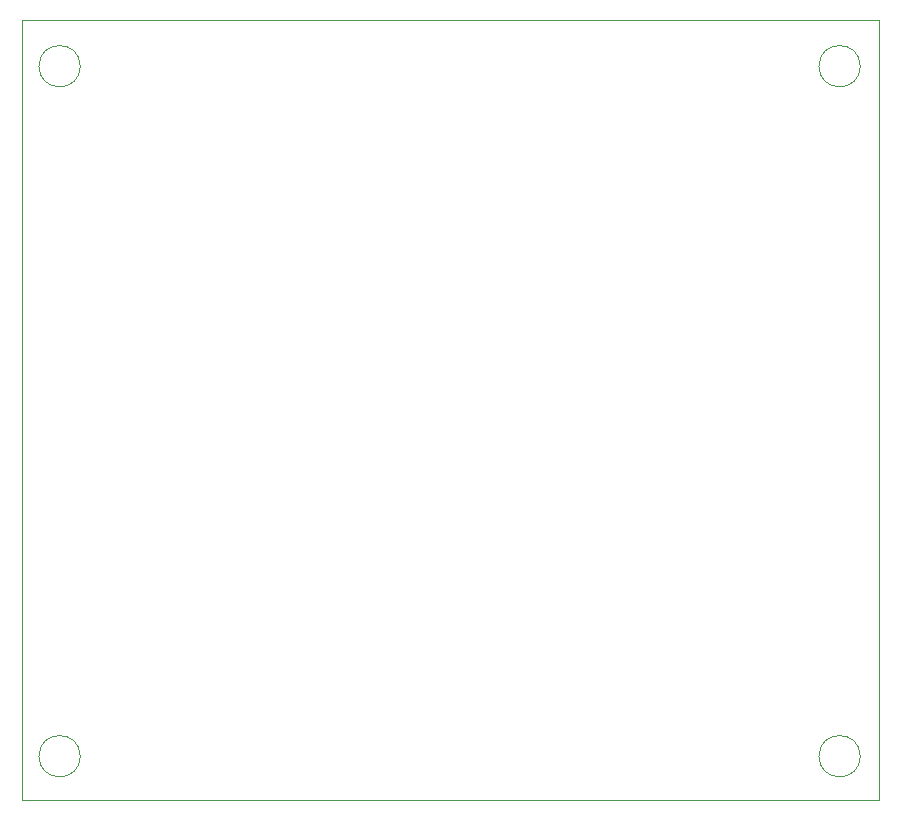
<source format=gbr>
%TF.GenerationSoftware,KiCad,Pcbnew,7.0.6-7.0.6~ubuntu22.04.1*%
%TF.CreationDate,2023-07-24T13:45:05-05:00*%
%TF.ProjectId,vango-pcb,76616e67-6f2d-4706-9362-2e6b69636164,rev?*%
%TF.SameCoordinates,Original*%
%TF.FileFunction,Profile,NP*%
%FSLAX46Y46*%
G04 Gerber Fmt 4.6, Leading zero omitted, Abs format (unit mm)*
G04 Created by KiCad (PCBNEW 7.0.6-7.0.6~ubuntu22.04.1) date 2023-07-24 13:45:05*
%MOMM*%
%LPD*%
G01*
G04 APERTURE LIST*
%TA.AperFunction,Profile*%
%ADD10C,0.100000*%
%TD*%
G04 APERTURE END LIST*
D10*
X42390000Y-55880000D02*
G75*
G03*
X42390000Y-55880000I-1750000J0D01*
G01*
X42390000Y-114300000D02*
G75*
G03*
X42390000Y-114300000I-1750000J0D01*
G01*
X37460000Y-52000000D02*
X110000000Y-52000000D01*
X110000000Y-118000000D01*
X37460000Y-118000000D01*
X37460000Y-52000000D01*
X108430000Y-55880000D02*
G75*
G03*
X108430000Y-55880000I-1750000J0D01*
G01*
X108430000Y-114300000D02*
G75*
G03*
X108430000Y-114300000I-1750000J0D01*
G01*
M02*

</source>
